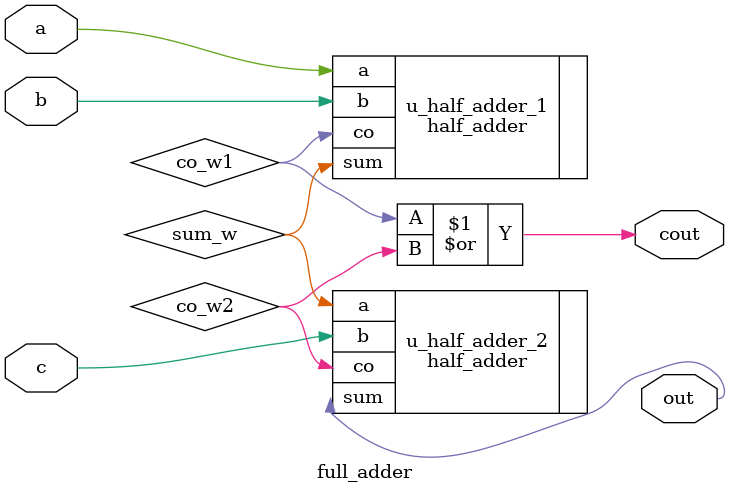
<source format=v>
module full_adder(
	input	a,
	input	b,
	input	c,
	
	output	out,
	output	cout
);

wire	sum_w;
wire	co_w1;
wire	co_w2;

assign cout = co_w1 | co_w2;

half_adder u_half_adder_1(
	.a(a),
	.b(b),
	.sum(sum_w),
	.co(co_w1)
);

half_adder u_half_adder_2(
	.a(sum_w),
	.b(c),
	.sum(out),
	.co(co_w2)
);

endmodule

</source>
